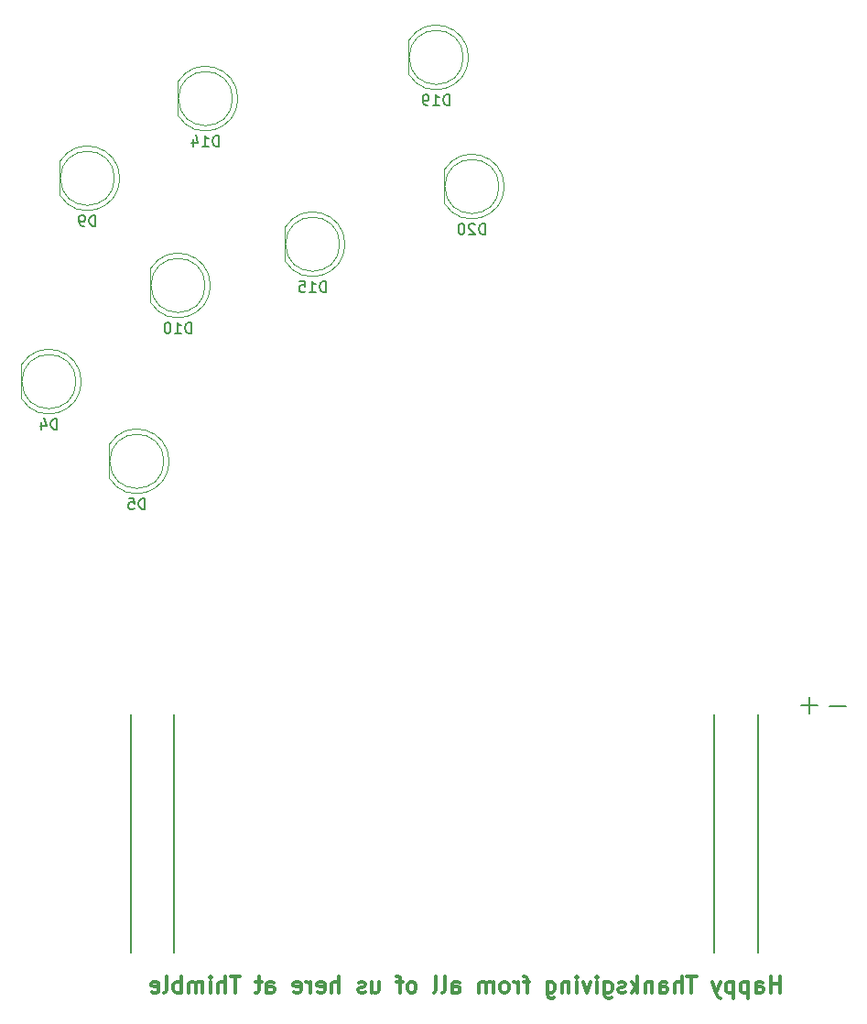
<source format=gbr>
G04 #@! TF.FileFunction,Legend,Bot*
%FSLAX46Y46*%
G04 Gerber Fmt 4.6, Leading zero omitted, Abs format (unit mm)*
G04 Created by KiCad (PCBNEW 4.0.6) date 11/09/17 18:57:56*
%MOMM*%
%LPD*%
G01*
G04 APERTURE LIST*
%ADD10C,0.100000*%
%ADD11C,0.200000*%
%ADD12C,0.300000*%
%ADD13C,0.120000*%
%ADD14C,0.150000*%
G04 APERTURE END LIST*
D10*
D11*
X180618000Y-122174000D02*
X182118000Y-122174000D01*
X178796000Y-121392000D02*
X178796000Y-122892000D01*
X178046000Y-122142000D02*
X179546000Y-122142000D01*
D12*
X176035714Y-148678571D02*
X176035714Y-147178571D01*
X176035714Y-147892857D02*
X175178571Y-147892857D01*
X175178571Y-148678571D02*
X175178571Y-147178571D01*
X173821428Y-148678571D02*
X173821428Y-147892857D01*
X173892857Y-147750000D01*
X174035714Y-147678571D01*
X174321428Y-147678571D01*
X174464285Y-147750000D01*
X173821428Y-148607143D02*
X173964285Y-148678571D01*
X174321428Y-148678571D01*
X174464285Y-148607143D01*
X174535714Y-148464286D01*
X174535714Y-148321429D01*
X174464285Y-148178571D01*
X174321428Y-148107143D01*
X173964285Y-148107143D01*
X173821428Y-148035714D01*
X173107142Y-147678571D02*
X173107142Y-149178571D01*
X173107142Y-147750000D02*
X172964285Y-147678571D01*
X172678571Y-147678571D01*
X172535714Y-147750000D01*
X172464285Y-147821429D01*
X172392856Y-147964286D01*
X172392856Y-148392857D01*
X172464285Y-148535714D01*
X172535714Y-148607143D01*
X172678571Y-148678571D01*
X172964285Y-148678571D01*
X173107142Y-148607143D01*
X171749999Y-147678571D02*
X171749999Y-149178571D01*
X171749999Y-147750000D02*
X171607142Y-147678571D01*
X171321428Y-147678571D01*
X171178571Y-147750000D01*
X171107142Y-147821429D01*
X171035713Y-147964286D01*
X171035713Y-148392857D01*
X171107142Y-148535714D01*
X171178571Y-148607143D01*
X171321428Y-148678571D01*
X171607142Y-148678571D01*
X171749999Y-148607143D01*
X170535713Y-147678571D02*
X170178570Y-148678571D01*
X169821428Y-147678571D02*
X170178570Y-148678571D01*
X170321428Y-149035714D01*
X170392856Y-149107143D01*
X170535713Y-149178571D01*
X168321428Y-147178571D02*
X167464285Y-147178571D01*
X167892856Y-148678571D02*
X167892856Y-147178571D01*
X166964285Y-148678571D02*
X166964285Y-147178571D01*
X166321428Y-148678571D02*
X166321428Y-147892857D01*
X166392857Y-147750000D01*
X166535714Y-147678571D01*
X166749999Y-147678571D01*
X166892857Y-147750000D01*
X166964285Y-147821429D01*
X164964285Y-148678571D02*
X164964285Y-147892857D01*
X165035714Y-147750000D01*
X165178571Y-147678571D01*
X165464285Y-147678571D01*
X165607142Y-147750000D01*
X164964285Y-148607143D02*
X165107142Y-148678571D01*
X165464285Y-148678571D01*
X165607142Y-148607143D01*
X165678571Y-148464286D01*
X165678571Y-148321429D01*
X165607142Y-148178571D01*
X165464285Y-148107143D01*
X165107142Y-148107143D01*
X164964285Y-148035714D01*
X164249999Y-147678571D02*
X164249999Y-148678571D01*
X164249999Y-147821429D02*
X164178571Y-147750000D01*
X164035713Y-147678571D01*
X163821428Y-147678571D01*
X163678571Y-147750000D01*
X163607142Y-147892857D01*
X163607142Y-148678571D01*
X162892856Y-148678571D02*
X162892856Y-147178571D01*
X162749999Y-148107143D02*
X162321428Y-148678571D01*
X162321428Y-147678571D02*
X162892856Y-148250000D01*
X161749999Y-148607143D02*
X161607142Y-148678571D01*
X161321427Y-148678571D01*
X161178570Y-148607143D01*
X161107142Y-148464286D01*
X161107142Y-148392857D01*
X161178570Y-148250000D01*
X161321427Y-148178571D01*
X161535713Y-148178571D01*
X161678570Y-148107143D01*
X161749999Y-147964286D01*
X161749999Y-147892857D01*
X161678570Y-147750000D01*
X161535713Y-147678571D01*
X161321427Y-147678571D01*
X161178570Y-147750000D01*
X159821427Y-147678571D02*
X159821427Y-148892857D01*
X159892856Y-149035714D01*
X159964284Y-149107143D01*
X160107141Y-149178571D01*
X160321427Y-149178571D01*
X160464284Y-149107143D01*
X159821427Y-148607143D02*
X159964284Y-148678571D01*
X160249998Y-148678571D01*
X160392856Y-148607143D01*
X160464284Y-148535714D01*
X160535713Y-148392857D01*
X160535713Y-147964286D01*
X160464284Y-147821429D01*
X160392856Y-147750000D01*
X160249998Y-147678571D01*
X159964284Y-147678571D01*
X159821427Y-147750000D01*
X159107141Y-148678571D02*
X159107141Y-147678571D01*
X159107141Y-147178571D02*
X159178570Y-147250000D01*
X159107141Y-147321429D01*
X159035713Y-147250000D01*
X159107141Y-147178571D01*
X159107141Y-147321429D01*
X158535712Y-147678571D02*
X158178569Y-148678571D01*
X157821427Y-147678571D01*
X157249998Y-148678571D02*
X157249998Y-147678571D01*
X157249998Y-147178571D02*
X157321427Y-147250000D01*
X157249998Y-147321429D01*
X157178570Y-147250000D01*
X157249998Y-147178571D01*
X157249998Y-147321429D01*
X156535712Y-147678571D02*
X156535712Y-148678571D01*
X156535712Y-147821429D02*
X156464284Y-147750000D01*
X156321426Y-147678571D01*
X156107141Y-147678571D01*
X155964284Y-147750000D01*
X155892855Y-147892857D01*
X155892855Y-148678571D01*
X154535712Y-147678571D02*
X154535712Y-148892857D01*
X154607141Y-149035714D01*
X154678569Y-149107143D01*
X154821426Y-149178571D01*
X155035712Y-149178571D01*
X155178569Y-149107143D01*
X154535712Y-148607143D02*
X154678569Y-148678571D01*
X154964283Y-148678571D01*
X155107141Y-148607143D01*
X155178569Y-148535714D01*
X155249998Y-148392857D01*
X155249998Y-147964286D01*
X155178569Y-147821429D01*
X155107141Y-147750000D01*
X154964283Y-147678571D01*
X154678569Y-147678571D01*
X154535712Y-147750000D01*
X152892855Y-147678571D02*
X152321426Y-147678571D01*
X152678569Y-148678571D02*
X152678569Y-147392857D01*
X152607141Y-147250000D01*
X152464283Y-147178571D01*
X152321426Y-147178571D01*
X151821426Y-148678571D02*
X151821426Y-147678571D01*
X151821426Y-147964286D02*
X151749998Y-147821429D01*
X151678569Y-147750000D01*
X151535712Y-147678571D01*
X151392855Y-147678571D01*
X150678569Y-148678571D02*
X150821427Y-148607143D01*
X150892855Y-148535714D01*
X150964284Y-148392857D01*
X150964284Y-147964286D01*
X150892855Y-147821429D01*
X150821427Y-147750000D01*
X150678569Y-147678571D01*
X150464284Y-147678571D01*
X150321427Y-147750000D01*
X150249998Y-147821429D01*
X150178569Y-147964286D01*
X150178569Y-148392857D01*
X150249998Y-148535714D01*
X150321427Y-148607143D01*
X150464284Y-148678571D01*
X150678569Y-148678571D01*
X149535712Y-148678571D02*
X149535712Y-147678571D01*
X149535712Y-147821429D02*
X149464284Y-147750000D01*
X149321426Y-147678571D01*
X149107141Y-147678571D01*
X148964284Y-147750000D01*
X148892855Y-147892857D01*
X148892855Y-148678571D01*
X148892855Y-147892857D02*
X148821426Y-147750000D01*
X148678569Y-147678571D01*
X148464284Y-147678571D01*
X148321426Y-147750000D01*
X148249998Y-147892857D01*
X148249998Y-148678571D01*
X145749998Y-148678571D02*
X145749998Y-147892857D01*
X145821427Y-147750000D01*
X145964284Y-147678571D01*
X146249998Y-147678571D01*
X146392855Y-147750000D01*
X145749998Y-148607143D02*
X145892855Y-148678571D01*
X146249998Y-148678571D01*
X146392855Y-148607143D01*
X146464284Y-148464286D01*
X146464284Y-148321429D01*
X146392855Y-148178571D01*
X146249998Y-148107143D01*
X145892855Y-148107143D01*
X145749998Y-148035714D01*
X144821426Y-148678571D02*
X144964284Y-148607143D01*
X145035712Y-148464286D01*
X145035712Y-147178571D01*
X144035712Y-148678571D02*
X144178570Y-148607143D01*
X144249998Y-148464286D01*
X144249998Y-147178571D01*
X142107141Y-148678571D02*
X142249999Y-148607143D01*
X142321427Y-148535714D01*
X142392856Y-148392857D01*
X142392856Y-147964286D01*
X142321427Y-147821429D01*
X142249999Y-147750000D01*
X142107141Y-147678571D01*
X141892856Y-147678571D01*
X141749999Y-147750000D01*
X141678570Y-147821429D01*
X141607141Y-147964286D01*
X141607141Y-148392857D01*
X141678570Y-148535714D01*
X141749999Y-148607143D01*
X141892856Y-148678571D01*
X142107141Y-148678571D01*
X141178570Y-147678571D02*
X140607141Y-147678571D01*
X140964284Y-148678571D02*
X140964284Y-147392857D01*
X140892856Y-147250000D01*
X140749998Y-147178571D01*
X140607141Y-147178571D01*
X138321427Y-147678571D02*
X138321427Y-148678571D01*
X138964284Y-147678571D02*
X138964284Y-148464286D01*
X138892856Y-148607143D01*
X138749998Y-148678571D01*
X138535713Y-148678571D01*
X138392856Y-148607143D01*
X138321427Y-148535714D01*
X137678570Y-148607143D02*
X137535713Y-148678571D01*
X137249998Y-148678571D01*
X137107141Y-148607143D01*
X137035713Y-148464286D01*
X137035713Y-148392857D01*
X137107141Y-148250000D01*
X137249998Y-148178571D01*
X137464284Y-148178571D01*
X137607141Y-148107143D01*
X137678570Y-147964286D01*
X137678570Y-147892857D01*
X137607141Y-147750000D01*
X137464284Y-147678571D01*
X137249998Y-147678571D01*
X137107141Y-147750000D01*
X135249998Y-148678571D02*
X135249998Y-147178571D01*
X134607141Y-148678571D02*
X134607141Y-147892857D01*
X134678570Y-147750000D01*
X134821427Y-147678571D01*
X135035712Y-147678571D01*
X135178570Y-147750000D01*
X135249998Y-147821429D01*
X133321427Y-148607143D02*
X133464284Y-148678571D01*
X133749998Y-148678571D01*
X133892855Y-148607143D01*
X133964284Y-148464286D01*
X133964284Y-147892857D01*
X133892855Y-147750000D01*
X133749998Y-147678571D01*
X133464284Y-147678571D01*
X133321427Y-147750000D01*
X133249998Y-147892857D01*
X133249998Y-148035714D01*
X133964284Y-148178571D01*
X132607141Y-148678571D02*
X132607141Y-147678571D01*
X132607141Y-147964286D02*
X132535713Y-147821429D01*
X132464284Y-147750000D01*
X132321427Y-147678571D01*
X132178570Y-147678571D01*
X131107142Y-148607143D02*
X131249999Y-148678571D01*
X131535713Y-148678571D01*
X131678570Y-148607143D01*
X131749999Y-148464286D01*
X131749999Y-147892857D01*
X131678570Y-147750000D01*
X131535713Y-147678571D01*
X131249999Y-147678571D01*
X131107142Y-147750000D01*
X131035713Y-147892857D01*
X131035713Y-148035714D01*
X131749999Y-148178571D01*
X128607142Y-148678571D02*
X128607142Y-147892857D01*
X128678571Y-147750000D01*
X128821428Y-147678571D01*
X129107142Y-147678571D01*
X129249999Y-147750000D01*
X128607142Y-148607143D02*
X128749999Y-148678571D01*
X129107142Y-148678571D01*
X129249999Y-148607143D01*
X129321428Y-148464286D01*
X129321428Y-148321429D01*
X129249999Y-148178571D01*
X129107142Y-148107143D01*
X128749999Y-148107143D01*
X128607142Y-148035714D01*
X128107142Y-147678571D02*
X127535713Y-147678571D01*
X127892856Y-147178571D02*
X127892856Y-148464286D01*
X127821428Y-148607143D01*
X127678570Y-148678571D01*
X127535713Y-148678571D01*
X126107142Y-147178571D02*
X125249999Y-147178571D01*
X125678570Y-148678571D02*
X125678570Y-147178571D01*
X124749999Y-148678571D02*
X124749999Y-147178571D01*
X124107142Y-148678571D02*
X124107142Y-147892857D01*
X124178571Y-147750000D01*
X124321428Y-147678571D01*
X124535713Y-147678571D01*
X124678571Y-147750000D01*
X124749999Y-147821429D01*
X123392856Y-148678571D02*
X123392856Y-147678571D01*
X123392856Y-147178571D02*
X123464285Y-147250000D01*
X123392856Y-147321429D01*
X123321428Y-147250000D01*
X123392856Y-147178571D01*
X123392856Y-147321429D01*
X122678570Y-148678571D02*
X122678570Y-147678571D01*
X122678570Y-147821429D02*
X122607142Y-147750000D01*
X122464284Y-147678571D01*
X122249999Y-147678571D01*
X122107142Y-147750000D01*
X122035713Y-147892857D01*
X122035713Y-148678571D01*
X122035713Y-147892857D02*
X121964284Y-147750000D01*
X121821427Y-147678571D01*
X121607142Y-147678571D01*
X121464284Y-147750000D01*
X121392856Y-147892857D01*
X121392856Y-148678571D01*
X120678570Y-148678571D02*
X120678570Y-147178571D01*
X120678570Y-147750000D02*
X120535713Y-147678571D01*
X120249999Y-147678571D01*
X120107142Y-147750000D01*
X120035713Y-147821429D01*
X119964284Y-147964286D01*
X119964284Y-148392857D01*
X120035713Y-148535714D01*
X120107142Y-148607143D01*
X120249999Y-148678571D01*
X120535713Y-148678571D01*
X120678570Y-148607143D01*
X119107141Y-148678571D02*
X119249999Y-148607143D01*
X119321427Y-148464286D01*
X119321427Y-147178571D01*
X117964285Y-148607143D02*
X118107142Y-148678571D01*
X118392856Y-148678571D01*
X118535713Y-148607143D01*
X118607142Y-148464286D01*
X118607142Y-147892857D01*
X118535713Y-147750000D01*
X118392856Y-147678571D01*
X118107142Y-147678571D01*
X117964285Y-147750000D01*
X117892856Y-147892857D01*
X117892856Y-148035714D01*
X118607142Y-148178571D01*
D11*
X174000000Y-145000000D02*
X174000000Y-123000000D01*
X170000000Y-145000000D02*
X170000000Y-123000000D01*
X116000000Y-145000000D02*
X116000000Y-123000000D01*
X120000000Y-145000000D02*
X120000000Y-123000000D01*
D13*
X111448000Y-92201538D02*
G75*
G02X105898000Y-93746830I-2990000J-462D01*
G01*
X111448000Y-92202462D02*
G75*
G03X105898000Y-90657170I-2990000J462D01*
G01*
X110958000Y-92202000D02*
G75*
G03X110958000Y-92202000I-2500000J0D01*
G01*
X105898000Y-93747000D02*
X105898000Y-90657000D01*
X119576000Y-99567538D02*
G75*
G02X114026000Y-101112830I-2990000J-462D01*
G01*
X119576000Y-99568462D02*
G75*
G03X114026000Y-98023170I-2990000J462D01*
G01*
X119086000Y-99568000D02*
G75*
G03X119086000Y-99568000I-2500000J0D01*
G01*
X114026000Y-101113000D02*
X114026000Y-98023000D01*
X115004000Y-73405538D02*
G75*
G02X109454000Y-74950830I-2990000J-462D01*
G01*
X115004000Y-73406462D02*
G75*
G03X109454000Y-71861170I-2990000J462D01*
G01*
X114514000Y-73406000D02*
G75*
G03X114514000Y-73406000I-2500000J0D01*
G01*
X109454000Y-74951000D02*
X109454000Y-71861000D01*
X123386000Y-83311538D02*
G75*
G02X117836000Y-84856830I-2990000J-462D01*
G01*
X123386000Y-83312462D02*
G75*
G03X117836000Y-81767170I-2990000J462D01*
G01*
X122896000Y-83312000D02*
G75*
G03X122896000Y-83312000I-2500000J0D01*
G01*
X117836000Y-84857000D02*
X117836000Y-81767000D01*
X125926000Y-66039538D02*
G75*
G02X120376000Y-67584830I-2990000J-462D01*
G01*
X125926000Y-66040462D02*
G75*
G03X120376000Y-64495170I-2990000J462D01*
G01*
X125436000Y-66040000D02*
G75*
G03X125436000Y-66040000I-2500000J0D01*
G01*
X120376000Y-67585000D02*
X120376000Y-64495000D01*
X135832000Y-79501538D02*
G75*
G02X130282000Y-81046830I-2990000J-462D01*
G01*
X135832000Y-79502462D02*
G75*
G03X130282000Y-77957170I-2990000J462D01*
G01*
X135342000Y-79502000D02*
G75*
G03X135342000Y-79502000I-2500000J0D01*
G01*
X130282000Y-81047000D02*
X130282000Y-77957000D01*
X147262000Y-62229538D02*
G75*
G02X141712000Y-63774830I-2990000J-462D01*
G01*
X147262000Y-62230462D02*
G75*
G03X141712000Y-60685170I-2990000J462D01*
G01*
X146772000Y-62230000D02*
G75*
G03X146772000Y-62230000I-2500000J0D01*
G01*
X141712000Y-63775000D02*
X141712000Y-60685000D01*
X150564000Y-74167538D02*
G75*
G02X145014000Y-75712830I-2990000J-462D01*
G01*
X150564000Y-74168462D02*
G75*
G03X145014000Y-72623170I-2990000J462D01*
G01*
X150074000Y-74168000D02*
G75*
G03X150074000Y-74168000I-2500000J0D01*
G01*
X145014000Y-75713000D02*
X145014000Y-72623000D01*
D14*
X109196095Y-96614381D02*
X109196095Y-95614381D01*
X108958000Y-95614381D01*
X108815142Y-95662000D01*
X108719904Y-95757238D01*
X108672285Y-95852476D01*
X108624666Y-96042952D01*
X108624666Y-96185810D01*
X108672285Y-96376286D01*
X108719904Y-96471524D01*
X108815142Y-96566762D01*
X108958000Y-96614381D01*
X109196095Y-96614381D01*
X107767523Y-95947714D02*
X107767523Y-96614381D01*
X108005619Y-95566762D02*
X108243714Y-96281048D01*
X107624666Y-96281048D01*
X117324095Y-103980381D02*
X117324095Y-102980381D01*
X117086000Y-102980381D01*
X116943142Y-103028000D01*
X116847904Y-103123238D01*
X116800285Y-103218476D01*
X116752666Y-103408952D01*
X116752666Y-103551810D01*
X116800285Y-103742286D01*
X116847904Y-103837524D01*
X116943142Y-103932762D01*
X117086000Y-103980381D01*
X117324095Y-103980381D01*
X115847904Y-102980381D02*
X116324095Y-102980381D01*
X116371714Y-103456571D01*
X116324095Y-103408952D01*
X116228857Y-103361333D01*
X115990761Y-103361333D01*
X115895523Y-103408952D01*
X115847904Y-103456571D01*
X115800285Y-103551810D01*
X115800285Y-103789905D01*
X115847904Y-103885143D01*
X115895523Y-103932762D01*
X115990761Y-103980381D01*
X116228857Y-103980381D01*
X116324095Y-103932762D01*
X116371714Y-103885143D01*
X112752095Y-77818381D02*
X112752095Y-76818381D01*
X112514000Y-76818381D01*
X112371142Y-76866000D01*
X112275904Y-76961238D01*
X112228285Y-77056476D01*
X112180666Y-77246952D01*
X112180666Y-77389810D01*
X112228285Y-77580286D01*
X112275904Y-77675524D01*
X112371142Y-77770762D01*
X112514000Y-77818381D01*
X112752095Y-77818381D01*
X111704476Y-77818381D02*
X111514000Y-77818381D01*
X111418761Y-77770762D01*
X111371142Y-77723143D01*
X111275904Y-77580286D01*
X111228285Y-77389810D01*
X111228285Y-77008857D01*
X111275904Y-76913619D01*
X111323523Y-76866000D01*
X111418761Y-76818381D01*
X111609238Y-76818381D01*
X111704476Y-76866000D01*
X111752095Y-76913619D01*
X111799714Y-77008857D01*
X111799714Y-77246952D01*
X111752095Y-77342190D01*
X111704476Y-77389810D01*
X111609238Y-77437429D01*
X111418761Y-77437429D01*
X111323523Y-77389810D01*
X111275904Y-77342190D01*
X111228285Y-77246952D01*
X121610286Y-87724381D02*
X121610286Y-86724381D01*
X121372191Y-86724381D01*
X121229333Y-86772000D01*
X121134095Y-86867238D01*
X121086476Y-86962476D01*
X121038857Y-87152952D01*
X121038857Y-87295810D01*
X121086476Y-87486286D01*
X121134095Y-87581524D01*
X121229333Y-87676762D01*
X121372191Y-87724381D01*
X121610286Y-87724381D01*
X120086476Y-87724381D02*
X120657905Y-87724381D01*
X120372191Y-87724381D02*
X120372191Y-86724381D01*
X120467429Y-86867238D01*
X120562667Y-86962476D01*
X120657905Y-87010095D01*
X119467429Y-86724381D02*
X119372190Y-86724381D01*
X119276952Y-86772000D01*
X119229333Y-86819619D01*
X119181714Y-86914857D01*
X119134095Y-87105333D01*
X119134095Y-87343429D01*
X119181714Y-87533905D01*
X119229333Y-87629143D01*
X119276952Y-87676762D01*
X119372190Y-87724381D01*
X119467429Y-87724381D01*
X119562667Y-87676762D01*
X119610286Y-87629143D01*
X119657905Y-87533905D01*
X119705524Y-87343429D01*
X119705524Y-87105333D01*
X119657905Y-86914857D01*
X119610286Y-86819619D01*
X119562667Y-86772000D01*
X119467429Y-86724381D01*
X124150286Y-70452381D02*
X124150286Y-69452381D01*
X123912191Y-69452381D01*
X123769333Y-69500000D01*
X123674095Y-69595238D01*
X123626476Y-69690476D01*
X123578857Y-69880952D01*
X123578857Y-70023810D01*
X123626476Y-70214286D01*
X123674095Y-70309524D01*
X123769333Y-70404762D01*
X123912191Y-70452381D01*
X124150286Y-70452381D01*
X122626476Y-70452381D02*
X123197905Y-70452381D01*
X122912191Y-70452381D02*
X122912191Y-69452381D01*
X123007429Y-69595238D01*
X123102667Y-69690476D01*
X123197905Y-69738095D01*
X121769333Y-69785714D02*
X121769333Y-70452381D01*
X122007429Y-69404762D02*
X122245524Y-70119048D01*
X121626476Y-70119048D01*
X134056286Y-83914381D02*
X134056286Y-82914381D01*
X133818191Y-82914381D01*
X133675333Y-82962000D01*
X133580095Y-83057238D01*
X133532476Y-83152476D01*
X133484857Y-83342952D01*
X133484857Y-83485810D01*
X133532476Y-83676286D01*
X133580095Y-83771524D01*
X133675333Y-83866762D01*
X133818191Y-83914381D01*
X134056286Y-83914381D01*
X132532476Y-83914381D02*
X133103905Y-83914381D01*
X132818191Y-83914381D02*
X132818191Y-82914381D01*
X132913429Y-83057238D01*
X133008667Y-83152476D01*
X133103905Y-83200095D01*
X131627714Y-82914381D02*
X132103905Y-82914381D01*
X132151524Y-83390571D01*
X132103905Y-83342952D01*
X132008667Y-83295333D01*
X131770571Y-83295333D01*
X131675333Y-83342952D01*
X131627714Y-83390571D01*
X131580095Y-83485810D01*
X131580095Y-83723905D01*
X131627714Y-83819143D01*
X131675333Y-83866762D01*
X131770571Y-83914381D01*
X132008667Y-83914381D01*
X132103905Y-83866762D01*
X132151524Y-83819143D01*
X145486286Y-66642381D02*
X145486286Y-65642381D01*
X145248191Y-65642381D01*
X145105333Y-65690000D01*
X145010095Y-65785238D01*
X144962476Y-65880476D01*
X144914857Y-66070952D01*
X144914857Y-66213810D01*
X144962476Y-66404286D01*
X145010095Y-66499524D01*
X145105333Y-66594762D01*
X145248191Y-66642381D01*
X145486286Y-66642381D01*
X143962476Y-66642381D02*
X144533905Y-66642381D01*
X144248191Y-66642381D02*
X144248191Y-65642381D01*
X144343429Y-65785238D01*
X144438667Y-65880476D01*
X144533905Y-65928095D01*
X143486286Y-66642381D02*
X143295810Y-66642381D01*
X143200571Y-66594762D01*
X143152952Y-66547143D01*
X143057714Y-66404286D01*
X143010095Y-66213810D01*
X143010095Y-65832857D01*
X143057714Y-65737619D01*
X143105333Y-65690000D01*
X143200571Y-65642381D01*
X143391048Y-65642381D01*
X143486286Y-65690000D01*
X143533905Y-65737619D01*
X143581524Y-65832857D01*
X143581524Y-66070952D01*
X143533905Y-66166190D01*
X143486286Y-66213810D01*
X143391048Y-66261429D01*
X143200571Y-66261429D01*
X143105333Y-66213810D01*
X143057714Y-66166190D01*
X143010095Y-66070952D01*
X148788286Y-78580381D02*
X148788286Y-77580381D01*
X148550191Y-77580381D01*
X148407333Y-77628000D01*
X148312095Y-77723238D01*
X148264476Y-77818476D01*
X148216857Y-78008952D01*
X148216857Y-78151810D01*
X148264476Y-78342286D01*
X148312095Y-78437524D01*
X148407333Y-78532762D01*
X148550191Y-78580381D01*
X148788286Y-78580381D01*
X147835905Y-77675619D02*
X147788286Y-77628000D01*
X147693048Y-77580381D01*
X147454952Y-77580381D01*
X147359714Y-77628000D01*
X147312095Y-77675619D01*
X147264476Y-77770857D01*
X147264476Y-77866095D01*
X147312095Y-78008952D01*
X147883524Y-78580381D01*
X147264476Y-78580381D01*
X146645429Y-77580381D02*
X146550190Y-77580381D01*
X146454952Y-77628000D01*
X146407333Y-77675619D01*
X146359714Y-77770857D01*
X146312095Y-77961333D01*
X146312095Y-78199429D01*
X146359714Y-78389905D01*
X146407333Y-78485143D01*
X146454952Y-78532762D01*
X146550190Y-78580381D01*
X146645429Y-78580381D01*
X146740667Y-78532762D01*
X146788286Y-78485143D01*
X146835905Y-78389905D01*
X146883524Y-78199429D01*
X146883524Y-77961333D01*
X146835905Y-77770857D01*
X146788286Y-77675619D01*
X146740667Y-77628000D01*
X146645429Y-77580381D01*
M02*

</source>
